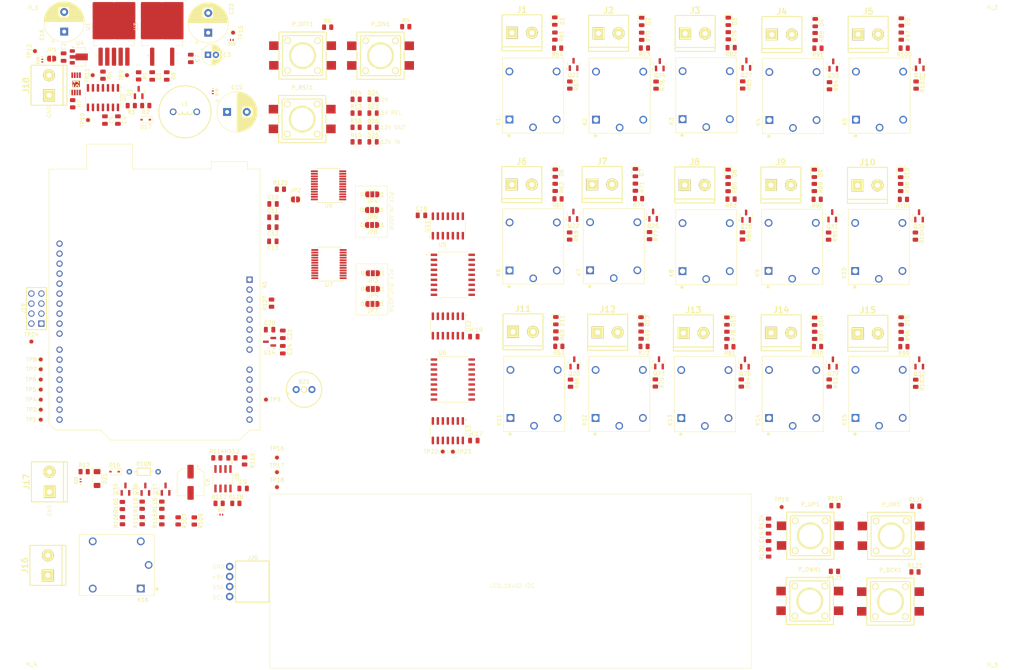
<source format=kicad_pcb>
(kicad_pcb (version 20240108) (generator "pcbnew") (generator_version "8.0")
  (title_block (title "Centralina Pirotecnica") (date "2024-06-22") (rev "1.1"))
  (layers (0 "F.Cu" signal) (31 "B.Cu" signal) (34 "B.Paste" user) (35 "F.Paste" user) (36 "B.SilkS" user "B.Silkscreen") (37 "F.SilkS" user "F.Silkscreen") (38 "B.Mask" user) (39 "F.Mask" user) (44 "Edge.Cuts" user))
  (net 0 "")
  (net 1 "/Arduino_Core/MOSI")
  (net 2 "/EN_TEST")
  (net 3 "/Arduino_Core/TRG_IN")
  (net 4 "/Arduino_Core/RESET_PIN")
  (net 5 "/Arduino_Core/CSN")
  (net 6 "/EN_RELPWR")
  (net 7 "/Arduino_Core/CE")
  (net 8 "Net-(A1-D1{slash}TX)")
  (net 9 "/Arduino_Core/BUZZ")
  (net 10 "/+5V")
  (net 11 "GND")
  (net 12 "/Arduino_Core/BTN_IN")
  (net 13 "/Arduino_Core/SCK")
  (net 14 "Net-(A1-D0{slash}RX)")
  (net 15 "/Arduino_Core/SCL")
  (net 16 "/Arduino_Core/MISO")
  (net 17 "/Arduino_Core/SDA")
  (net 18 "/+12V")
  (net 19 "/+12V_IN")
  (net 20 "/+5V_REL")
  (net 21 "/Modulo_Alimentazione/+5V_A")
  (net 22 "Net-(C8-Pad1)")
  (net 23 "Net-(JP2-A)")
  (net 24 "/Arduino_Core/I_1")
  (net 25 "Net-(D1-A)")
  (net 26 "/Arduino_Core/I_2")
  (net 27 "Net-(D2-A)")
  (net 28 "Net-(D3-A)")
  (net 29 "/Arduino_Core/I_3")
  (net 30 "Net-(D4-A)")
  (net 31 "/Arduino_Core/I_4")
  (net 32 "Net-(D5-A)")
  (net 33 "/Arduino_Core/I_5")
  (net 34 "Net-(D6-A)")
  (net 35 "/Arduino_Core/I_6")
  (net 36 "Net-(D7-A)")
  (net 37 "/Arduino_Core/I_7")
  (net 38 "/Arduino_Core/I_8")
  (net 39 "Net-(D8-A)")
  (net 40 "Net-(D9-A)")
  (net 41 "/Arduino_Core/I_9")
  (net 42 "Net-(D10-A)")
  (net 43 "/Arduino_Core/I_10")
  (net 44 "/Arduino_Core/I_11")
  (net 45 "Net-(D11-A)")
  (net 46 "Net-(D12-A)")
  (net 47 "/Arduino_Core/I_12")
  (net 48 "/Arduino_Core/I_13")
  (net 49 "Net-(D13-A)")
  (net 50 "Net-(D14-A)")
  (net 51 "/Arduino_Core/I_14")
  (net 52 "Net-(D15-A)")
  (net 53 "/Arduino_Core/I_15")
  (net 54 "Net-(D16-A)")
  (net 55 "Net-(D16-K)")
  (net 56 "Net-(D17-K)")
  (net 57 "/Trigger_IN/TRG_IN")
  (net 58 "Net-(D23-A)")
  (net 59 "Net-(D24-A)")
  (net 60 "Net-(D25-A)")
  (net 61 "Net-(D26-A)")
  (net 62 "Net-(J1-Pin_2)")
  (net 63 "Net-(J2-Pin_2)")
  (net 64 "Net-(J3-Pin_2)")
  (net 65 "Net-(J4-Pin_2)")
  (net 66 "Net-(J5-Pin_2)")
  (net 67 "Net-(J6-Pin_2)")
  (net 68 "Net-(J7-Pin_2)")
  (net 69 "Net-(J8-Pin_2)")
  (net 70 "Net-(J9-Pin_2)")
  (net 71 "Net-(J10-Pin_2)")
  (net 72 "Net-(J11-Pin_2)")
  (net 73 "Net-(J12-Pin_2)")
  (net 74 "Net-(J13-Pin_2)")
  (net 75 "Net-(J14-Pin_2)")
  (net 76 "Net-(J15-Pin_2)")
  (net 77 "Net-(J16-Pin_2)")
  (net 78 "Net-(JP3-C)")
  (net 79 "Net-(JP4-C)")
  (net 80 "Net-(JP5-C)")
  (net 81 "Net-(JP6-C)")
  (net 82 "Net-(JP7-C)")
  (net 83 "Net-(JP8-C)")
  (net 84 "/Modulo_Relay/REL_1")
  (net 86 "/Modulo_Relay/REL_2")
  (net 89 "/Modulo_Relay/REL_3")
  (net 90 "/Modulo_Relay/REL_4")
  (net 93 "/Modulo_Relay/REL_5")
  (net 95 "/Modulo_Relay/REL_6")
  (net 97 "/Modulo_Relay/REL_7")
  (net 98 "/Modulo_Relay/REL_8")
  (net 101 "/Modulo_Relay/REL_9")
  (net 102 "/Modulo_Relay/REL_10")
  (net 104 "/Modulo_Relay/REL_11")
  (net 107 "/Modulo_Relay/REL_12")
  (net 108 "/Modulo_Relay/REL_13")
  (net 111 "/Modulo_Relay/REL_14")
  (net 112 "/Modulo_Relay/REL_15")
  (net 115 "/Relay_Controll/O_REL_16")
  (net 116 "/P_OFF")
  (net 117 "/P_ON")
  (net 118 "Net-(Q1-C)")
  (net 119 "Net-(Q1-B)")
  (net 120 "Net-(Q20-B)")
  (net 121 "Net-(Q21-B)")
  (net 122 "Net-(Q22-B)")
  (net 123 "Net-(Q23-B)")
  (net 124 "Net-(Q24-B)")
  (net 125 "Net-(Q25-B)")
  (net 126 "Net-(Q26-B)")
  (net 127 "Net-(Q27-B)")
  (net 128 "Net-(Q28-B)")
  (net 129 "Net-(Q29-B)")
  (net 130 "Net-(Q30-B)")
  (net 131 "Net-(Q31-B)")
  (net 132 "Net-(Q32-B)")
  (net 133 "Net-(Q33-B)")
  (net 134 "Net-(Q34-B)")
  (net 135 "Net-(Q35-C)")
  (net 136 "Net-(Q35-B)")
  (net 137 "Net-(Q36-C)")
  (net 138 "Net-(Q36-B)")
  (net 139 "Net-(Q37-B)")
  (net 140 "Net-(R4-Pad2)")
  (net 141 "Net-(U8A--)")
  (net 142 "Net-(U8A-+)")
  (net 143 "Net-(U9-P17)")
  (net 144 "Net-(TP22-Pad1)")
  (net 145 "Net-(TP23-Pad1)")
  (net 146 "Net-(U2-Pad10)")
  (net 147 "Net-(U2-Pad3)")
  (net 148 "Net-(U2-Pad12)")
  (net 149 "/Relay_Controll/I_ULN5")
  (net 150 "/Relay_Controll/I_ULN4")
  (net 151 "/Relay_Controll/I_ULN1")
  (net 152 "/Relay_Controll/I_ULN2")
  (net 153 "/Relay_Controll/I_ULN7")
  (net 154 "/Relay_Controll/I_ULN3")
  (net 155 "/Relay_Controll/I_ULN8")
  (net 156 "/Relay_Controll/I_ULN6")
  (net 157 "/Relay_Controll/I_ULN9")
  (net 158 "/Relay_Controll/I_ULN11")
  (net 159 "/Relay_Controll/I_ULN16")
  (net 160 "/Relay_Controll/I_ULN10")
  (net 161 "/Relay_Controll/I_ULN15")
  (net 162 "/Relay_Controll/I_ULN13")
  (net 163 "/Relay_Controll/I_ULN14")
  (net 164 "/Relay_Controll/I_ULN12")
  (net 165 "/REL6")
  (net 166 "/REL9")
  (net 167 "/REL14")
  (net 168 "/REL8")
  (net 169 "/REL7")
  (net 170 "/REL16")
  (net 171 "/REL4")
  (net 172 "/REL11")
  (net 173 "/REL15")
  (net 174 "/REL3")
  (net 175 "/REL2")
  (net 177 "/REL13")
  (net 178 "/REL1")
  (net 179 "/REL12")
  (net 180 "/REL5")
  (net 181 "/REL10")
  (net 186 "Net-(A1-D2)")
  (net 187 "Net-(A1-D6)")
  (net 190 "Net-(A1-D4)")
  (net 192 "Net-(A1-A3)")
  (net 193 "Net-(A1-D5)")
  (net 195 "Net-(A1-D3)")
  (net 197 "Net-(J19-Pin_8)")
  (net 199 "Net-(P_UP1-Pad3)")
  (net 200 "Net-(P_DWN1-Pad3)")
  (net 201 "Net-(P_OK1-Pad3)")
  (net 202 "Net-(P_BCK1-Pad3)")
  (net 217 "Net-(R7-Pad1)")
  (net 218 "Net-(S1-IN)")
  (footprint "Resistor_SMD:R_0805_2012Metric" (layer "F.Cu") (at 198.685 50.425 180)
    (property "Reference" "R64")
    (property "Value" "10k")
  )
  (footprint "Resistor_SMD:R_0805_2012Metric" (layer "F.Cu") (at 264.71 126.225 180)
    (property "Reference" "R90")
    (property "Value" "10k")
  )
  (footprint "Capacitor_THT:CP_Radial_D10.0mm_P5.00mm" (layer "F.Cu") (at 114.732323 66.63)
    (property "Reference" "C15")
    (property "Value" "1mF")
  )
  (footprint "TestPoint:TestPoint_Pad_D1.0mm" (layer "F.Cu") (at 172.081359 152.932237 -90)
    (property "Reference" "TP23")
    (property "Value" "TestPoint")
  )
  (footprint "w_conn_screw:mors_2p" (layer "F.Cu") (at 189.885 122.475)
    (property "Reference" "J11")
    (property "Value" "Screw_Terminal_01x02")
  )
  (footprint "w_conn_screw:mors_2p" (layer "F.Cu") (at 211.4 122.6)
    (property "Reference" "J12")
    (property "Value" "Screw_Terminal_01x02")
  )
  (footprint "Jumper:SolderJumper-3_P1.3mm_Open_RoundedPad1.0x1.5mm_NumberLabels" (layer "F.Cu") (at 151.605042 87.55592 180)
    (property "Reference" "JP4")
    (property "Value" "SolderJumper_3_Open")
  )
  (footprint "KEY-SMD_4P-L12.0-W12.0-P5.00-LS15.2:KEY-SMD_4P-L12.0-W12.0-P5.00-LS15.2" (layer "F.Cu") (at 133.8 68.425)
    (property "Reference" "P_RST1")
    (property "Value" "SW_Push")
  )
  (footprint "TestPoint:TestPoint_Pad_D1.0mm" (layer "F.Cu") (at 65.02 124.97)
    (property "Reference" "TP24")
    (property "Value" "TestPoint")
  )
  (footprint "Resistor_SMD:R_0805_2012Metric" (layer "F.Cu") (at 223.685 59.825 -90)
    (property "Reference" "R76")
    (property "Value" "1k")
  )
  (footprint "Package_TO_SOT_SMD:SOT-23" (layer "F.Cu") (at 202.91 130.3875 90)
    (property "Reference" "Q20")
    (property "Value" "MMBT2222L")
  )
  (footprint "w_conn_screw:mors_2p" (layer "F.Cu") (at 277.56 46.925)
    (property "Reference" "J5")
    (property "Value" "Screw_Terminal_01x02")
  )
  (footprint "Resistor_SMD:R_0805_2012Metric" (layer "F.Cu") (at 220.035 47.4125 -90)
    (property "Reference" "R70")
    (property "Value" "100")
  )
  (footprint "Resistor_SMD:R_0805_2012Metric" (layer "F.Cu") (at 201.96 135.525 -90)
    (property "Reference" "R66")
    (property "Value" "1k")
  )
  (footprint "Package_TO_SOT_SMD:SOT-23" (layer "F.Cu") (at 224.635 54.65 90)
    (property "Reference" "Q24")
    (property "Value" "MMBT2222L")
  )
  (footprint "SRD-05VDC-SL-C:RELAY_SRD-05VDC-SL-C" (layer "F.Cu") (at 192.435 62.45 90)
    (property "Reference" "K1")
    (property "Value" "SRD-05VDC-SL-C")
  )
  (footprint "Capacitor_SMD:C_0805_2012Metric" (layer "F.Cu") (at 99.4 57.5 -90)
    (property "Reference" "C6")
    (property "Value" "1uF")
  )
  (footprint "JLCPCB_PART:HDR-TH_8P-P2.54-V-F-R2-C4-S2.54" (layer "F.Cu") (at 66.291449 116.578023 90)
    (property "Reference" "J19")
    (property "Value" "Conn_02x04_Counter_Clockwise")
  )
  (footprint "MountingHole:MountingHole_2.1mm" (layer "F.Cu") (at 309.1 43.3)
    (property "Reference" "H_2")
    (property "Value" "MountingHole_2.1mm")
  )
  (footprint "Capacitor_SMD:C_0805_2012Metric" (layer "F.Cu") (at 87 68.7 -90)
    (property "Reference" "C4")
    (property "Value" "1nF")
  )
  (footprint "Resistor_SMD:R_0805_2012Metric" (layer "F.Cu") (at 242.76 50.3 180)
    (property "Reference" "R82")
    (property "Value" "10k")
  )
  (footprint "Resistor_SMD:R_0805_2012Metric" (layer "F.Cu") (at 94.068061 65.019812 180)
    (property "Reference" "R2")
    (property "Value" "2.2k")
  )
  (footprint "SRD-05VDC-SL-C:RELAY_SRD-05VDC-SL-C" (layer "F.Cu") (at 236.085 138.3 90)
    (property "Reference" "K13")
    (property "Value" "SRD-05VDC-SL-C")
  )
  (footprint "Resistor_SMD:R_0805_2012Metric" (layer "F.Cu") (at 92.256494 57.472458 -90)
    (property "Reference" "R1")
    (property "Value" "22k")
  )
  (footprint "Resistor_SMD:R_0805_2012Metric" (layer "F.Cu") (at 128.264631 86.25592)
    (property "Reference" "R125")
    (property "Value" "10k")
  )
  (footprint "Package_TO_SOT_SMD:SOT-23" (layer "F.Cu") (at 202.735 54.575 90)
    (property "Reference" "Q21")
    (property "Value" "MMBT2222L")
  )
  (footprint "w_conn_screw:mors_2p" (layer "F.Cu") (at 233.175 122.775)
    (property "Reference" "J13")
    (property "Value" "Screw_Terminal_01x02")
  )
  (footprint "LED_SMD:LED_0805_2012Metric" (layer "F.Cu") (at 198.235 119.65 -90)
    (property "Reference" "D11")
    (property "Value" "LED")
  )
  (footprint "LED_SMD:LED_0805_2012Metric" (layer "F.Cu") (at 151.8 70.525 180)
    (property "Reference" "D26")
    (property "Value" "LED")
  )
  (footprint "Package_TO_SOT_SMD:SOT-89-3" (layer "F.Cu") (at 77.357672 52.655128)
    (property "Reference" "U4")
    (property "Value" "L78L05_SOT89")
  )
  (footprint "SRD-05VDC-SL-C:RELAY_SRD-05VDC-SL-C" (layer "F.Cu") (at 280.46 62.5 90)
    (property "Reference" "K5")
    (property "Value" "SRD-05VDC-SL-C")
  )
  (footprint "Package_TO_SOT_SMD:SOT-23" (layer "F.Cu") (at 268.685 54.725 90)
    (property "Reference" "Q30")
    (property "Value" "MMBT2222L")
  )
  (footprint "KEY-SMD_4P-L12.0-W12.0-P5.00-LS15.2:KEY-SMD_4P-L12.0-W12.0-P5.00-LS15.2" (layer "F.Cu") (at 283.4 174.3)
    (property "Reference" "P_OK1")
    (property "Value" "SW_Push")
  )
  (footprint "TestPoint:TestPoint_Pad_D1.0mm" (layer "F.Cu") (at 80.6 57.3 90)
    (property "Reference" "TP11")
    (property "Value" "TestPoint")
  )
  (footprint "Package_TO_SOT_SMD:SOT-23" (layer "F.Cu") (at 268.435 93.0125 90)
    (property "Reference" "Q31")
    (property "Value" "MMBT2222L")
  )
  (footprint "Package_SO:SOIC-14_3.9x8.7mm_P1.27mm" (layer "F.Cu") (at 170.8 147.6 -90)
    (property "Reference" "U13")
    (property "Value" "74HC14")
  )
  (footprint "TestPoint:TestPoint_Pad_D1.0mm" (layer "F.Cu") (at 89.3 57.3 90)
    (property "Reference" "TP9")
    (property "Value" "TestPoint")
  )
  (footprint "Resistor_SMD:R_0805_2012Metric" (layer "F.Cu") (at 78.425 158)
    (property "Reference" "R12")
    (property "Value" "2.4k")
  )
  (footprint "SRD-05VDC-SL-C:RELAY_SRD-05VDC-SL-C" (layer "F.Cu") (at 212.935 100.75 90)
    (property "Reference" "K7")
    (property "Value" "SRD-05VDC-SL-C")
  )
  (footprint "Capacitor_SMD:C_0805_2012Metric" (layer "F.Cu") (at 126.35 95.9)
    (property "Reference" "C12")
    (property "Value" "1uF")
  )
  (footprint "Resistor_SMD:R_0805_2012Metric" (layer "F.Cu") (at 106.4 170.525 -90)
    (property "Reference" "R109")
    (property "Value" "1k")
  )
  (footprint "LED_SMD:LED_0805_2012Metric" (layer "F.Cu") (at 264.11 43.95 -90)
    (property "Reference" "D4")
    (property "Value" "LED")
  )
  (footprint "TestPoint:TestPoint_Pad_D1.0mm" (layer "F.Cu") (at 127.4 154.435)
    (property "Reference" "TP16")
    (property "Value" "TestPoint")
  )
  (footprint "Diode_SMD:D_SOD-323" (layer "F.Cu") (at 86.15 158 180)
    (property "Reference" "D16")
    (property "Value" "1N4148")
  )
  (footprint "Resistor_SMD:R_0805_2012Metric" (layer "F.Cu") (at 112.125 154.5)
    (property "Reference" "R114")
    (property "Value" "2.2k")
  )
  (footprint "MountingHole:MountingHole_2.1mm" (layer "F.Cu") (at 309.1 203.3)
    (property "Reference" "H_3")
    (property "Value" "MountingHole_2.1mm")
  )
  (footprint "SRD-05VDC-SL-C:RELAY_SRD-05VDC-SL-C" (layer "F.Cu") (at 236.41 100.975 90)
    (property "Reference" "K8")
    (property "Value" "SRD-05VDC-SL-C")
  )
  (footprint "Package_TO_SOT_SMD:SOT-23" (layer "F.Cu") (at 92.26634 61.694589 90)
    (property "Reference" "Q1")
    (property "Value" "MMBT2222L")
  )
  (footprint "Resistor_SMD:R_0805_2012Metric" (layer "F.Cu") (at 160.1074 44.972039 180)
    (property "Reference" "R5")
    (property "Value" "10k")
  )
  (footprint "TPS1H200AQDGNRQ1:SOP65P490X110-9N" (layer "F.Cu") (at 76.375 59.5 90)
    (property "Reference" "S1")
    (property "Value" "TPS1H200AQDGNRQ1" (hide yes))
  )
  (footprint "Resistor_SMD:R_0805_2012Metric" (layer "F.Cu") (at 198.785 88.725 180)
    (property "Reference" "R65")
    (property "Value" "10k")
  )
  (footprint "TestPoint:TestPoint_Pad_D1.0mm" (layer "F.Cu") (at 116.25 46.49 90)
    (property "Reference" "TP15")
    (property "Value" "TestPoint")
  )
  (footprint "Capacitor_THT:CP_Radial_D5.0mm_P2.00mm" (layer "F.Cu") (at 109.874887 52.13)
    (property "Reference" "C3")
    (property "Value" "100uF")
  )
  (footprint "Resistor_SMD:R_0805_2012Metric" (layer "F.Cu") (at 245.685 59.775 -90)
    (property "Reference" "R85")
    (property "Value" "1k")
  )
  (footprint "JLCPCB_PART:IND-TH_BD13.0-P6.00-D0.8" (layer "F.Cu") (at 104.025 66.6)
    (property "Reference" "L1")
    (property "Value" "100uH")
  )
  (footprint "KEY-SMD_4P-L12.0-W12.0-P5.00-LS15.2:KEY-SMD_4P-L12.0-W12.0-P5.00-LS15.2" (layer "F.Cu") (at 153.7 52.325)
    (property "Reference" "P_ON1")
    (property "Value" "SW_Push")
  )
  (footprint "SRD-05VDC-SL-C:RELAY_SRD-05VDC-SL-C" (layer "F.Cu") (at 258.385 138.275 90)
    (property "Reference" "K14")
    (property "Value" "SRD-05VDC-SL-C")
  )
  (footprint "LED_SMD:LED_0805_2012Metric" (layer "F.Cu") (at 241.685 119.75 -90)
    (property "Reference" "D13")
    (property "Value" "LED")
  )
  (footprint "LED_SMD:LED_0805_2012Metric" (layer "F.Cu") (at 151.8 74.225 180)
    (property "Reference" "D25")
    (property "Value" "LED")
  )
  (footprint "Package_TO_SOT_SMD:SOT-23" (layer "F.Cu") (at 246.56 93.1125 90)
    (property "Reference" "Q28")
    (property "Value" "MMBT2222L")
  )
  (footprint "Resistor_SMD:R_0805_2012Metric" (layer "F.Cu") (at 289.635 135.55 -90)
    (property "Reference" "R102")
    (property "Value" "1k")
  )
  (footprint "Package_TO_SOT_SMD:SOT-23" (layer "F.Cu") (at 246.6225 54.5 90)
    (property "Reference" "Q27")
    (property "Value" "MMBT2222L")
  )
  (footprint "Resistor_SMD:R_0805_2012Metric" (layer "F.Cu") (at 147.5 63.425)
    (property "Reference" "R14")
    (property "Value" "86.6")
  )
  (footprint "Jumper:SolderJumper-3_P1.3mm_Open_RoundedPad1.0x1.5mm_NumberLabels" (layer "F.Cu") (at 151.75 111.6 180)
    (property "Reference" "JP5")
    (property "Value" "SolderJumper_3_Open")
  )
  (footprint "Resistor_SMD:R_0805_2012Metric" (layer "F.Cu") (at 102.3 170.5 -90)
    (property "Reference" "R107")
    (property "Value" "100")
  )
  (footprint "w_conn_screw:mors_2p" (layer "F.Cu") (at 189.585 85.1)
    (property "Reference" "J6")
    (property "Value" "Screw_Terminal_01x02")
  )
  (footprint "Resistor_SMD:R_0805_2012Metric" (layer "F.Cu") (at 241.985 85.85 -90)
    (property "Reference" "R80")
    (property "Value" "100")
  )
  (footprint "Resistor_SMD:R_0805_2012Metric" (layer "F.Cu") (at 112.7 166.05)
    (property "Reference" "R117")
    (property "Value" "100k")
  )
  (footprint "LED_SMD:LED_0805_2012Metric" (layer "F.Cu") (at 263.96 119.8 -90)
    (property "Reference" "D14")
    (property "Value" "LED")
  )
  (footprint "Capacitor_SMD:C_0805_2012Metric" (layer "F.Cu") (at 118.8 162.275)
    (property "Reference" "C9")
    (property "Value" "1nF")
  )
  (footprint "Package_SO:SOIC-14_3.9x8.7mm_P1.27mm" (layer "F.Cu") (at 83.197213 62.99527 -90)
    (property "Reference" "U2")
    (property "Value" "74HC00")
  )
  (footprint "Resistor_SMD:R_0805_2012Metric" (layer "F.Cu") (at 267.735 59.975 -90)
    (property "Reference" "R94")
    (property "Value" "1k")
  )
  (footprint "Resistor_SMD:R_0805_2012Metric" (layer "F.Cu") (at 264.085 47.4875 -90)
    (property "Reference" "R88")
    (property "Value" "100")
  )
  (footprint "Resistor_SMD:R_0805_2012Metric" (layer "F.Cu") (at 147.5 70.525)
    (property "Reference" "R16")
    (property "Value" "330")
  )
  (footprint "Resistor_SMD:R_0805_2012Metric" (layer "F.Cu") (at 93.15 166.525 90)
    (property "Reference" "R110")
    (property "Value" "10k")
  )
  (footprint "MountingHole:MountingHole_2.1mm" (layer "F.Cu") (at 65.1 203.4)
    (property "Reference" "H_4")
    (property "Value" "MountingHole_2.1mm")
  )
  (footprint "D5V0L1B2LP4-7B:DIODFN100X60X40-2N" (layer "F.Cu") (at 113.275 168.925)
    (property "Reference" "D21")
    (property "Value" "PESDNC2FD5VBS")
  )
  (footprint "LED_SMD:LED_0805_2012Metric" (layer "F.Cu") (at 241.985 82.225 -90)
    (property "Reference" "D8")
    (property "Value" "LED")
  )
  (footprint "w_conn_screw:mors_2p" (layer "F.Cu") (at 255.46 122.725)
    (property "Reference" "J14")
    (property "Value" "Screw_Terminal_01x02")
  )
  (footprint "TestPoint:TestPoint_Pad_D1.0mm" (layer "F.Cu") (at 127.4 161.935)
    (property "Reference" "TP18")
    (property "Value" "TestPoint")
  )
  (footprint "Resistor_SMD:R_0805_2012Metric" (layer "F.Cu") (at 252.2625 170.8375 90)
    (property "Reference" "R124")
    (property "Value" "1Meg")
  )
  (footprint "Package_TO_SOT_SMD:SOT-23" (layer "F.Cu") (at 246.26 130.4125 90)
    (property "Reference" "Q26")
    (property "Value" "MMBT2222L")
  )
  (footprint "D5V0L1B2LP4-7B:DIODFN100X60X40-2N" (layer "F.Cu") (at 115.93 48.35)
    (property "Reference" "D18")
    (property "Value" "PESDNC2FD5VBS")
  )
  (footprint "Diode_SMD:D_MiniMELF" (layer "F.Cu") (at 81.7 159.75 -90)
    (property "Reference" "DZ1")
    (property "Value" "5.1V")
  )
  (footprint "Resistor_SMD:R_0805_2012Metric" (layer "F.Cu") (at 98.15 170.475 90)
    (property "Reference" "R116")
    (property "Value" "10k")
  )
  (footprint "KEY-SMD_4P-L12.0-W12.0-P5.00-LS15.2:KEY-SMD_4P-L12.0-W12.0-P5.00-LS15.2" (layer "F.Cu") (at 133.9 52.3)
    (property "Reference" "P_OFF1")
    (property "Value" "SW_Push")
  )
  (footprint "Resistor_SMD:R_0805_2012Metric" (layer "F.Cu") (at 289.56 98.175 -90)
    (property "Reference" "R104")
    (property "Value" "1k")
  )
  (footprint "TestPoint:TestPoint_Pad_D1.0mm" (layer "F.Cu") (at 255.5925 166.9875)
    (property "Reference" "TP19")
    (property "Value" "TestPoint")
  )
  (footprint "LED_SMD:LED_0805_2012Metric" (layer "F.Cu") (at 263.885 82.225 -90)
    (property "Reference" "D9")
    (property "Value" "LED")
  )
  (footprint "Capacitor_SMD:C_0805_2012Metric" (layer "F.Cu") (at 95.7 57.5 -90)
    (property "Reference" "C1")
    (property "Value" "1uF")
  )
  (footprint "Resistor_SMD:R_0805_2012Metric" (layer "F.Cu") (at 263.965 123.3725 -90)
    (property "Reference" "R87")
    (property "Value" "100")
  )
  (footprint "Resistor_SMD:R_0805_2012Metric" (layer "F.Cu") (at 286.51 88.85 180)
    (property "Reference" "R101")
    (property "Value" "10k")
  )
  (footprint "Capacitor_SMD:C_0805_2012Metric" (layer "F.Cu") (at 73.2 52.7 90)
    (property "Reference" "C2")
    (property "Value" "1uF")
  )
  (footprint "LED_SMD:LED_0805_2012Metric" (layer "F.Cu") (at 151.8 63.425 180)
    (property "Reference" "D24")
    (property "Value" "LED")
  )
  (footprint "Package_TO_SOT_SMD:TO-263-2" (layer "F.Cu") (at 98.24 44.95 90)
    (property "Reference" "U3")
    (property "Value" "L7805")
  )
  (footprint "Resistor_SMD:R_0805_2012Metric" (layer "F.Cu") (at 116.95 166.05)
    (property "Reference" "R118")
    (property "Value" "1k")
  )
  (footprint "TestPoint:TestPoint_Pad_D1.0mm" (layer "F.Cu") (at 65.922152 51.177848 90)
    (property "Reference" "TP12")
    (property "Value" "TestPoint")
  )
  (footprint "Capacitor_SMD:C_0805_2012Metric" (layer "F.Cu") (at 177.4 123.7 180)
    (property "Reference" "C19")
    (property "Value" "1nF")
  )
  (footprint "Resistor_SMD:R_0805_2012Metric" (layer "F.Cu") (at 147.5 74.225)
    (property "Reference" "R15")
    (property "Value" "330")
  )
  (footprint "D5V0L1B2LP4-7B:DIODFN100X60X40-2N" (layer "F.Cu") (at 67.8 53.6 -90)
    (property "Reference" "D20")
    (property "Value" "PESDNC2FD5VBS")
  )
  (footprint "w_conn_screw:mors_2p" (layer "F.Cu") (at 211.62 46.65)
    (property "Reference" "J2")
    (property "Value" "Screw_Terminal_01x02")
  )
  (footprint "SRD-05VDC-SL-C:RELAY_SRD-05VDC-SL-C" (layer "F.Cu") (at 86.7 181.7 180)
    (property "Reference" "K16")
    (property "Value" "SRD-05VDC-SL-C")
  )
  (footprint "Jumper:SolderJumper-2_P1.3mm_Open_RoundedPad1.0x1.5mm" (layer "F.Cu") (at 132.10626 88.843767 180)
    (property "Reference" "JP2")
    (property "Value" "SolderJumper_2_Open")
  )
  (footprint "LED_SMD:LED_0805_2012Metric" (layer "F.Cu") (at 285.985 43.775 -90)
    (property "Reference" "D5")
    (property "Value" "LED")
  )
  (footprint "Resistor_SMD:R_0805_2012Metric" (layer "F.Cu") (at 286.71 50.425 180)
    (property "Reference" "R100")
    (property "Value" "10k")
  )
  (footprint "Jumper:SolderJumper-3_P1.3mm_Open_RoundedPad1.0x1.5mm_NumberLabels" (layer "F.Cu") (at 151.550042 95.34592 180)
    (property "Reference" "JP8")
    (property "Value" "SolderJumper_3_Open")
  )
  (footprint "Capacitor_SMD:C_0805_2012Metric" (layer "F.Cu") (at 128.88 127.02 -90)
    (property "Reference" "C24")
    (property "Value" "1nF")
  )
  (footprint "ULN2803AFW:SOIC127P1030X265-18N" (layer "F.Cu") (at 172.0625 134.6)
    (property "Reference" "U6")
    (property "Value" "ULN2803A")
  )
  (footprint "TestPoint:TestPoint_Pad_D1.0mm" (layer "F.Cu") (at 67.4 132)
    (property "Reference" "TP7")
    (property "Value" "TestPoint")
  )
  (footprint "Package_TO_SOT_SMD:SOT-23" (layer "F.Cu") (at 88.9125 162.45 90)
    (property "Reference" "Q35")
    (property "Value" "MMBT2222L")
  )
  (footprint "TestPoint:TestPoint_Pad_D1.0mm" (layer "F.Cu") (at 67.4 144.8)
    (property "Reference" "TP1")
    (property "Value" "TestPoint")
  )
  (footprint "Resistor_SMD:R_0805_2012Metric" (layer "F.Cu") (at 289.735 59.8125 -90)
    (property "Reference" "R103")
    (property "Value" "1k")
  )
  (footprint "LM393D:SOIC127P599X175-8N" (layer "F.Cu") (at 113.68 159.795 -90)
    (property "Reference" "U8")
    (property "Value" "LM393")
  )
  (footprint "Resistor_SMD:R_0805_2012Metric" (layer "F.Cu") (at 201.785 59.8 -90)
    (property "Reference" "R67")
    (property "Value" "1k")
  )
  (footprint "w_conn_screw:mors_2p" (layer "F.Cu") (at 277.475 122.85)
    (property "Reference" "J15")
    (property "Value" "Screw_Terminal_01x02")
  )
  (footprint "TestPoint:TestPoint_Pad_D1.0mm" (layer "F.Cu") (at 169.5 152.9 -90)
    (property "Reference" "TP22")
    (property "Value" "TestPoint")
  )
  (footprint "Resistor_SMD:R_0805_2012Metric" (layer "F.Cu") (at 198.06 85.8 -90)
    (property "Reference" "R62")
    (property "Value" "100")
  )
  (footprint "w_conn_screw:mors_2p" (layer "F.Cu") (at 189.61 46.525)
    (property "Reference" "J1")
    (property "Value" "Screw_Terminal_01x02")
  )
  (footprint "SRD-05VDC-SL-C:RELAY_SRD-05VDC-SL-C" (layer "F.Cu") (at 214.335 138.2625 90)
    (property "Reference" "K12")
    (property "Value" "SRD-05VDC-SL-C")
  )
  (footprint "Resistor_SMD:R_0805_2012Metric" (layer "F.Cu") (at 75.510692 64.552558 90)
    (property "Reference" "R7")
    (property "Value" "10k")
  )
  (footprint "TestPoint:TestPoint_Pad_D1.0mm" (layer "F.Cu") (at 67.4 129.5)
    (property "Reference" "TP8")
    (property "Value" "TestPoint")
  )
  (footprint "w_conn_screw:mors_2p" (layer "F.Cu") (at 209.995 85.05)
    (property "Reference" "J7")
    (property "Value" "Screw_Terminal_01x02")
  )
  (footprint "Resistor_SMD:R_0805_2012Metric" (layer "F.Cu") (at 286.635 126.25 180)
    (property "Reference" "R99")
    (property "Value" "10k")
  )
  (footprint "Capacitor_THT:CP_Radial_D10.0mm_P5.00mm" (layer "F.Cu") (at 109.93 46.507677 90)
    (property "Reference" "C22")
    (property "Value" "1mF")
  )
  (footprint "Capacitor_SMD:C_0805_2012Metric" (layer "F.Cu") (at 177.4 150.1 180)
    (property "Reference" "C17")
    (property "Value" "1nF")
  )
  (footprint "TestPoint:TestPoint_Pad_D1.0mm" (layer "F.Cu") (at 124.6 139.7)
    (property "Reference" "TP3")
    (property "Value" "TestPoint")
  )
  (footprint "Resistor_SMD:R_0805_2012Metric" (layer "F.Cu") (at 264.61 88.825 180)
    (property "Reference" "R92")
    (property "Value" "10k")
  )
  (footprint "Resistor_SMD:R_0805_2012Metric" (layer "F.Cu") (at 93.15 170.45 -90)
    (property "Reference" "R111")
    (property "Value" "100")
  )
  (footprint "TestPoint:TestPoint_Pad_D1.0mm" (layer "F.Cu") (at 67.4076 142.251)
    (property "Reference" "TP2")
    (property "Value" "TestPoint")
  )
  (footprint "Package_SO:SOIC-14_3.9x8.7mm_P1.27mm" (layer "F.Cu") (at 170.8 121 -90)
    (property "Reference" "U12")
    (property "Value" "74HC14")
  )
  (footprint "Resistor_SMD:R_0805_2012Metric" (layer "F.Cu") (at 252.2875 178.6625 -90)
    (property "Reference" "R120")
    (property "Value" "10k")
  )
  (footprint "Package_TO_SOT_SMD:SOT-23" (layer "F.Cu") (at 290.535 130.3875 90)
    (property "Reference" "Q32")
    (property "Value" "MMBT2222L")
  )
  (footprint "Resistor_SMD:R_0805_2012Metric" (layer "F.Cu") (at 126.01 115.2 90)
    (property "Reference" "R127")
    (property "Value" "10k")
  )
  (footprint "KEY-SMD_4P-L12.0-W12.0-P5.00-LS15.2:KEY-SMD_4P-L12.0-W12.0-P5.00-LS15.2" (layer "F.Cu") (at 283.225 190.975)
    (property "Reference" "P_BCK1")
    (property "Value" "SW_Push")
  )
  (footprint "Resistor_SMD:R_0805_2012Metric" (layer "F.Cu") (at 147.5 66.925)
    (property "Reference" "R13")
    (property "Value" "86.6")
  )
  (footprint "SRD-05VDC-SL-C:RELAY_SRD-05VDC-SL-C" (layer "F.Cu") (at 258.26 100.9 90)
    (property "Reference" "K9")
    (property "Value" "SRD-05VDC-SL-C")
  )
  (footprint "w_conn_screw:mors_2p" (layer "F.Cu") (at 69.2 181.8 90)
    (property "Reference" "J16")
    (property "Value" "Screw_Terminal_01x02")
  )
  (footprint "Resistor_SMD:R_0805_2012Metric" (layer "F.Cu") (at 269 183.325)
    (property "Reference" "R121")
    (property "Value" "10k")
  )
  (footprint "ULN2803AFW:SOIC127P1030X265-18N" (layer "F.Cu") (at 172.0625 108)
    (property "Reference" "U5")
    (property "Value" "ULN2803A")
  )
  (footprint "w_conn_screw:mors_2p" (layer "F.Cu") (at 255.4 85.2)
    (property "Reference" "J9")
    (property "Value" "Screw_Terminal_01x02")
  )
  (footprint "Resistor_SMD:R_0805_2012Metric" (layer "F.Cu") (at 241.685 123.365 -90)
    (property "Reference" "R78")
    (property "Value" "100")
  )
  (footprint "Capacitor_SMD:C_0805_2012Metric" (layer "F.Cu") (at 105.51 53.04 -90)
    (property "Reference" "C7")
    (property "Value" "1nF")
  )
  (footprint "KEY-SMD_4P-L12.0-W12.0-P5.00-LS15.2:KEY-SMD_4P-L12.0-W12.0-P5.00-LS15.2" (layer "F.Cu") (at 262.8625 174.25)
    (property "Reference" "P_UP1")
    (property "Value" "SW_Push")
  )
  (footprint "Jumper:SolderJumper-3_P1.3mm_Open_RoundedPad1.0x1.5mm_NumberLabels" (layer "F.Cu") (at 151.550042 91.54592 180)
    (property "Reference" "JP6")
    (property "Value" "SolderJumper_3_Open")
  )
  (footprint "LED_SMD:LED_0805_2012Metric" (layer "F.Cu") (at 197.96 43.55 -90)
    (property "Reference" "D1")
    (property "Value" "LED")
  )
  (footprint "Resistor_SMD:R_0805_2012Metric" (layer "F.Cu") (at 119.175 155.275 90)
    (property "Reference" "R113")
    (property "Value" "1k")
  )
  (footprint "Resistor_SMD:R_0805_2012Metric" (layer "F.Cu") (at 115.9625 154.5)
    (property "Reference" "R112")
    (property "Value" "1k")
  )
  (footprint "Resistor_SMD:R_0805_2012Metric" (layer "F.Cu") (at 289.6375 166.775 180)
    (property "Reference" "R122")
    (property "Value" "10k")
  )
  (footprint "Resistor_SMD:R_0805_2012Metric" (layer "F.Cu") (at 285.81 85.825 -90)
    (property "Reference" "R98")
    (property "Value" "100")
  )
  (footprint "JLCPCB_PART:RES-TH_BD1.9-L3.3-P7.30-D0.5" (layer "F.Cu") (at 93.56 158.02)
    (property "Reference" "R108")
    (property "Value" "580")
  )
  (footprint "Resistor_SMD:R_0805_2012Metric" (layer "F.Cu") (at 220.635 126.2 180)
    (property "Reference" "R72")
    (property "Value" "10k")
  )
  (footprint "Resistor_SMD:R_0805_2012Metric" (layer "F.Cu") (at 198.985 126.175 180)
    (property "Reference" "R63")
    (property "Value" "10k")
  )
  (footprint "Resistor_SMD:R_0805_2012Metric" (layer "F.Cu") (at 269.1125 166.625)
    (property "Reference" "R119")
    (property "Value" "10k")
  )
  (footprint "MountingHole:MountingHole_2.1mm" (layer "F.Cu") (at 65.5 43.3)
    (property "Reference" "H_1")
    (property "Value" "MountingHole_2.1mm")
  )
  (footprint "Resistor_SMD:R_0805_2012Metric" (layer "F.Cu") (at 88.125 166.6 90)
    (property "Reference" "R105")
    (property "Value" "1k")
  )
  (footprint "Resistor_SMD:R_0805_2012Metric" (layer "F.Cu") (at 267.51 98.175 -90)
    (property "Reference" "R95")
    (property "Value" "1k")
  )
  (footprint "w_conn_screw:mors_2p" (layer "F.Cu") (at 69.5 59.86 90)
    (property "Reference" "J18")
    (property "Value" "Screw_Terminal_01x02")
  )
  (footprint "TestPoint:TestPoint_Pad_D1.0mm" (layer "F.Cu") (at 127.4 158.135)
    (property "Reference" "TP17")
    (property "Value" "TestPoint")
  )
  (footprint "LED_SMD:LED_0805_2012Metric" (layer "F.Cu") (at 285.81 82.2625 -90)
    (property "Reference" "D10")
    (property "Value" "LED")
  )
  (footprint "TestPoint:TestPoint_Pad_D1.0mm" (layer "F.Cu") (at 67.4 137.1621)
    (property "Reference" "TP5")
    (property "Value" "TestPoint")
  )
  (footprint "Resistor_SMD:R_0805_2012Metric" (layer "F.Cu") (at 83.2 57.3 -90)
    (property "Reference" "R4")
    (property "Value" "10k")
  )
  (footprint "Resistor_SMD:R_0805_2012Metric" (layer "F.Cu") (at 242.735 88.775 180)
    (property "Reference" "R83")
    (property "Value" "10k")
  )
  (footprint "Resistor_SMD:R_0805_2012Metric" (layer "F.Cu") (at 242.435 126.275 180)
    (property "Reference" "R81")
    (property "Value" "10k")
  )
  (footprint "SRD-05VDC-SL-C:RELAY_SRD-05VDC-SL-C" (layer "F.Cu") (at 280.335 138.2375 90)
    (property "Reference" "K15")
    (property "Value" "SRD-05VDC-SL-C")
  )
  (footprint "LED_SMD:LED_0805_2012Metric" (layer "F.Cu") (at 285.935 119.7125 -90)
    (property "Reference" "D15")
    (property "Value" "LED")
  )
  (footprint "Capacitor_SMD:C_0805_2012Metric" (layer "F.Cu") (at 125.52 121.93)
    (property "Reference" "C20")
    (property "Value" "1uF")
  )
  (footprint "Package_TO_SOT_SMD:SOT-23" (layer "F.Cu") (at 93.9625 162.475 90)
    (property "Reference" "Q36")
    (property "Value" "MMBT2222L")
  )
  (footprint "SRD-05VDC-SL-C:RELAY_SRD-05VDC-SL-C" (layer "F.Cu") (at 236.435 62.375 90)
    (property "Reference" "K3")
    (property "Value" "SRD-05VDC-SL-C")
  )
  (footprint "Capacitor_SMD:C_0805_2012Metric" (layer "F.Cu") (at 126.3637 93.3879)
    (property "Reference" "C11")
    (property "Value" "1nF")
  )
  (footprint "Resistor_SMD:R_0805_2012Metric" (layer "F.Cu") (at 98.15 166.525 90)
    (property "Reference" "R115")
    (property "Value" "1k")
  )
  (footprint "LED_SMD:LED_0805_2012Metric" (layer "F.Cu") (at 220.035 43.65 -90)
    (property "Reference" "D2")
    (property "Value" "LED")
  )
  (footprint "KEY-SMD_4P-L12.0-W12.0-P5.00-LS15.2:KEY-SMD_4P-L12.0-W12.0-P5.00-LS15.2" (layer "F.Cu") (at 262.7375 190.825)
    (property "Reference" "P_DWN1")
    (property "Value" "SW_Push")
  )
  (footprint "Resistor_SMD:R_0805_2012Metric" (layer "F.Cu") (at 222.035 98.05 -90)
    (property "Reference" "R77")
    (property "Value" "1k")
  )
  (footprint "Package_TO_SOT_SMD:SOT-23" (layer "F.Cu") (at 268.61 130.4125 90)
    (property "Reference" "Q29")
    (property "Value" "MMBT2222L")
  )
  (footprint "Resistor_SMD:R_0805_2012Metric" (layer "F.Cu") (at 220.735 50.4 180)
    (property "Reference" "R73")
    (property "Value" "10k")
  )
  (footprint "D5V0L1B2LP4-7B:DIODFN100X60X40-2N" (layer "F.Cu") (at 77.525 160.225 90)
    (property "Reference" "D22")
    (property "Value" "PESDNC2FD5VBS")
  )
  (footprint "Capacitor_SMD:C_0805_2012Metric" (layer "F.Cu") (at 83.7 68.7 -90)
    (property "Reference" "C5")
    (property "Value" "1nF")
  )
  (footprint "w_conn_screw:mors_2p" (layer "F.Cu") (at 69.6 160.575 90)
    (property "Reference" "J17")
    (property "Value" "Screw_Terminal_01x02")
  )
  (footprint "LED_SMD:LED_0805_2012Metric" (layer "F.Cu") (at 242.035 43.625 -90)
    (property "Reference" "D3")
    (property "Value" "LED")
  )
  (footprint "JLCPCB_PART:HDR-TH_4P-P2.54-H-F-W10.2" (layer "F.Cu") (at 115.381488 185.919988 90)
    (property "Reference" "J20")
    (property "Value" "Conn_01x04_Pin")
  )
  (footprint "Jumper:SolderJumper-3_P1.3mm_Open_RoundedPad1.0x1.5mm_NumberLabels" (layer "F.Cu") (at 151.75 107.6 180)
    (property "Reference" "JP3")
    (property "Value" "SolderJumper_3_Open")
  )
  (footprint "Resistor_SMD:R_0805_2012Metric" (layer "F.Cu") (at 245.635 98.125 -90)
    (property "Reference" "R86")
    (property "Value" "1k")
  )
  (footprint "Resistor_SMD:R_0805_2012Metric" (layer "F.Cu") (at 223.51 135.475 -90)
    (property "Reference" "R75")
    (property "Value" "1k")
  )
  (footprint "Capacitor_THT:CP_Radial_D10.0mm_P5.00mm" (layer "F.Cu") (at 73.35 46.237677 90)
    (property "Reference" "C16")
    (property "Value" "1mF")
  )
  (footprint "Resistor_SMD:R_0805_2012Metric" (layer "F.Cu") (at 218.435 85.75 -90)
    (property "Reference" "R71")
    (property "Value" "100")
  )
  (footprint "Resistor_SMD:R_0805_2012Metric" (layer "F.Cu") (at 219.885 123.3275 -90)
    (property "Reference" "R69")
    (property "Value" "100")
  )
  (footprint "SRD-05VDC-SL-C:RELAY_SRD-05VDC-SL-C" (layer "F.Cu") (at 280.26 100.925 90)
    (property "Reference" "K10")
    (property "Value" "SRD-05VDC-SL-C")
  )
  (footprint "SRD-05VDC-SL-C:RELAY_SRD-05VDC-SL-C" (layer "F.Cu") (at 214.435 62.5 90)
    (property "Reference" "K2")
    (property "Value" "SRD-05VDC-SL-C")
  )
  (footprint "LED_SMD:LED_0805_2012Metric" (layer "F.Cu") (at 218.435 82.05 -90)
    (property "Reference" "D7")
    (property "Value" "LED")
  )
  (footprint "SRD-05VDC-SL-C:RELAY_SRD-05VDC-SL-C" (layer "F.Cu") (at 192.485 100.8 90)
    (property "Reference" "K6")
    (property "Value" "SRD-05VDC-SL-C")
  )
  (footprint "Jumper:SolderJumper-2_P1.3mm_Open_RoundedPad1.0x1.5mm" (layer "F.Cu") (at 70.154873 53.089562 180)
    (property "Reference" "JP1")
    (property "Value" "SolderJumper_2_Open")
  )
  (footprint "Resistor_SMD:R_0805_2012Metric" (layer "F.Cu") (at 242.035 47.275 -90)
    (property "Reference" "R79")
    (property "Value" "100")
  )
  (footprint "Package_SO:SOIC-14_3.9x8.7mm_P1.27mm" (layer "F.Cu") (at 170.8 95.6 90)
    (property "Reference" "U11")
    (property "Value" "74HC14")
  )
  (footprint "Resistor_SMD:R_0805_2012Metric" (layer "F.Cu") (at 285.935 123.4125 -90)
    (property "Reference" "R96")
    (property "Value" "100")
  )
  (footprint "JLCPCB_PART:BUZ-TH_BD9.0-P4.00-D0.6-FD" (layer "F.Cu") (at 134.28 137.14)
    (property "Reference" "BZ1")
    (property "Value" "Buzzer")
  )
  (footprint "Resistor_SMD:R_0805_2012Metric" (layer "F.Cu") (at 140.277457 45.1 180)
    (property "Reference" "R6")
    (property "Value" "10k")
  )
  (footprint "LED_SMD:LED_0805_2012Metric" (layer "F.Cu") (at 151.8 66.925 180)
    (property "Reference" "D23")
    (property "Value" "LED")
  )
  (footprint "Resistor_SMD:R_0805_2012Metric" (layer "F.Cu") (at 289.45 183.475 180)
    (property "Reference" "R123")
    (property "Value" "10k")
  )
  (footprint "Resistor_SMD:R_0805_2012Metric" (layer "F.Cu") (at 201.735 98.15 -90)
    (property "Reference" "R68")
    (property "Value" "1k")
  )
  (footprint "Capacitor_SMD:CP_Elec_6.3x7.7" (layer "F.Cu") (at 105.45 160.7 -90)
    (property "Reference" "C8")
    (property "Value" "100uF")
  )
  (footprint "SRD-05VDC-SL-C:RELAY_SRD-05VDC-SL-C" (layer "F.Cu") (at 258.46 62.6 90)
    (property "Reference" "K4")
    (property "Value" "SRD-05VDC-SL-C")
  )
  (footprint "Resistor_SMD:R_0805_2012Metric" (layer "F.Cu") (at 285.96 47.3875 -90)
    (property "Reference" "R97")
    (property "Value" "100")
  )
  (footprint "w_conn_screw:mors_2p" (layer "F.Cu") (at 233.61 46.7)
    (property "Reference" "J3")
    (property "Value" "Screw_Terminal_01x02")
  )
  (footprint "w_conn_screw:mors_2p" (layer "F.Cu") (at 233.51 85.175)
    (property "Reference" "J8")
    (property "Value" "Screw_Terminal_01x02")
  )
  (footprint "Package_TO_SOT_SMD:SOT-23" (layer "F.Cu") (at 202.685 92.8875 90)
    (property "Reference" "Q22")
    (property "Value" "MMBT2222L")
  )
  (footprint "Package_TO_SOT_SMD:SOT-23" (layer "F.Cu") (at 222.935 92.85 90)
    (property "Reference" "Q25")
    (property "Value" "MMBT2222L")
  )
  (footprint "Package_TO_SOT_SMD:SOT-23" (layer "F.Cu") (at 99.1 162.45 90)
    (property "Reference" "Q37")
    (property "Value" "MMBT2222L")
  )
  (footprint "Resistor_SMD:R_0805_2012Metric" (layer "F.Cu") (at 219.235 88.65 180)
    (property "Reference" "R74")
    (property "Value" "10k")
  )
  (footprint "Resistor_SMD:R_0805_2012Metric" (layer "F.Cu") (at 90.395 65.025 180)
    (property "Reference" "R3")
    (property "Value" "10k")
  )
  (footprint "SRD-05VDC-SL-C:RELAY_SRD-05VDC-SL-C" (layer "F.Cu") (at 192.695 138.25 90)
    (property "Reference" "K11")
    (property "Value" "SRD-05VDC-SL-C")
  )
  (footprint "Capacitor_SMD:C_0805_2012Metric" (layer "F.Cu") (at 126.35 99.5 180)
    (property "Reference" "C13")
    (property "Value" "1nF")
  )
  (footprint "Package_TO_SOT_SMD:SOT-23" (layer "F.Cu") (at 224.435 130.3625 90)
    (property "Reference" "Q23")
    (property "Value" "MMBT2222L")
  )
  (footprint "Package_TO_SOT_SMD:TO-263-5_TabPin3" (layer "F.Cu") (at 86 44.95 90)
    (property "Reference" "U1")
    (property "Value" "LM2576HVS-5")
  )
  (footprint "D5V0L1B2LP4-7B:DIODFN100X60X40-2N" (layer "F.Cu") (at 111.11 61.65 -90)
    (property "Reference" "D19")
    (property "Value" "PESDNC2FD5VBS")
  )
  (footprint "Package_SO:SSOP-24_5.3x8.2mm_P0.65mm" (layer "F.Cu") (at 140.6 105.275 180)
    (property "Reference" "U7")
    (property "Value" "PCF8575DBR")
  )
  (footprint "Capacitor_SMD:C_0805_2012Metric" (layer "F.Cu") (at 126.4 90 180)
    (property "Reference" "C10")
    (property "Value" "1uF")
  )
  (footprint "Jumper:SolderJumper-3_P1.3mm_Open_RoundedPad1.0x1.5mm_NumberLabels" (layer "F.Cu") (at 151.65 115.4 180)
    (property "Reference" "JP7")
    (property "Value" "SolderJumper_3_Open")
  )
  (footprint "Package_TO_SOT_SMD:SOT-23" (layer "F.Cu") (at 125.52 125.005 180)
    (property "Reference" "U14")
    (property "Value" "TPS7A0533PDBZ")
  )
  (footprint "Capacitor_SMD:C_0805_2012Metric" (layer "F.Cu") (at 164.1 92.9)
    (property "Reference" "C18")
    (property "Value" "1nF")
  )
  (footprint "w_conn_screw:mors_2p" (layer "F.Cu") (at 255.635 46.975)
    (property "Reference" "J4")
    (property "Value" "Screw_Terminal_01x02")
  )
  (footprint "TestPoint:TestPoint_Pad_D1.0mm" (layer "F.Cu") (at 67.4076 139.7137)
    (property "Reference" "TP4")
    (property "Value" "TestPoint")
  )
  (footprint "Package_TO_SOT_SMD:SOT-23" (layer "F.Cu") (at 290.485 93.0375 90)
    (property "Reference" "Q34")
    (property "Value" "MMBT2222L")
  )
  (footprint "Package_SO:SSOP-24_5.3x8.2mm_P0.65mm" (layer "F.Cu") (at 140.5 85.275 180)
    (property "Reference" "U9")
    (property "Value" "PCF8575DBR")
  )
  (footprint "TestPoint:TestPoint_Pad_D1.0mm" (layer "F.Cu") (at 67.4 134.6)
    (property "Reference" "TP6")
    (property "Value" "TestPoint")
  )
  (footprint "Diode_SMD:D_SOD-323" (layer "F.Cu") (at 94.052111 68.6 180)
    (property "Reference" "D17")
    (property "Value" "1N5822")
  )
  (footprint "Resistor_SMD:R_0805_2012Metric" (layer "F.Cu") (at 263.885 85.825 -90)
    (property "Reference" "R89")
    (property "Value" "100")
  )
  (footprint "Package_TO_SOT_SMD:SOT-23" (layer "F.Cu") (at 290.66 54.625 90)
    (property "Reference" "Q33")
    (property "Value" "MMBT2222L")
  )
  (footprint "Resistor_SMD:R_0805_2012Metric" (layer "F.Cu") (at 198.235 123.275 -90)
    (property "Reference" "R60")
    (property "Value" "100")
  )
  (footprint "TestPoint:TestPoint_Pad_D1.0mm" (layer "F.Cu") (at 79.4 68.7 90)
    (property "Reference" "TP10")
    (property "Value" "TestPoint")
  )
  (footprint "Capacitor_SMD:C_0805_2012Metric" (layer "F.Cu") (at 128.88 123.12 90)
    (property "Reference" "C21")
    (property "Value" "1uF")
  )
  (footprint "Resistor_SMD:R_0805_2012Metric" (layer "F.Cu") (at 245.335 135.4875 -90)
    (property "Reference" "R84")
    (property "Value" "1k")
  )
  (footprint "w_conn_screw:mors_2p" (layer "F.Cu") (at 277.4 85.275)
    (property "Reference" "J10")
    (property "Value" "Screw_Terminal_01x02")
  )
  (footprint "Resistor_SMD:R_0805_2012Metric" (layer "F.Cu") (at 264.81 50.45 180)
    (property "Reference" "R91")
    (property "Value" "10k")
  )
  (footprint "Resistor_SMD:R_0805_2012Metric" (layer "F.Cu") (at 88.15 170.45 90)
    (property "Reference" "R106")
    (property "Value" "10k")
  )
  (footprint "Capacitor_SMD:C_0805_2012Metric" (layer "F.Cu") (at 252.2625 174.6625 90)
    (property "Reference" "C14")
    (property "Value" "1nF")
  )
  (footprint "Resistor_SMD:R_0805_2012Metric" (layer "F.Cu") (at 267.66 135.4875 -90)
    (property "Reference" "R93")
    (property "Value" "1k")
  )
  (footprint "Resistor_SMD:R_0805_2012Metric" (layer "F.Cu") (at 197.985 47.375 -90)
    (property "Reference" "R61")
    (property "Value" "100")
  )
  (footprint "LED_SMD:LED_0805_2012Metric" (layer "F.Cu") (at 198.085 82.175 -90)
    (property "Reference" "D6")
    (property "Value" "LED")
  )
  (footprint "LED_SMD:LED_0805_2012Metric" (layer "F.Cu") (at 219.86 119.7 -90)
    (property "Reference" "D12")
    (property "Value" "LED")
  )
  (footprint "Module:Arduino_UNO_R3" (layer "F.Cu") (at 120.43 109.225 -90)
    (property "Reference" "A1")
    (property "Value" "Arduino_UNO_R3")
  )
  (gr_rect (start 125.6 163.66) (end 247.88 207.94) (stroke (width 0.1)) (fill none) (layer "F.SilkS"))
  (gr_rect (start 147.45 105.2) (end 155.55 118.2) (stroke (width 0.1)) (fill none) (layer "F.SilkS"))
  (gr_rect (start 147.325042 85.44592) (end 155.425042 98.44592) (stroke (width 0.1)) (fill none) (layer "F.SilkS"))
  (gr_text "PCF_IN_ADDR" (at 155.825042 86.84592 -90) (layer "F.SilkS") (effects (font (size 1 1) (thickness 0.1)) (justify left bottom)))
  (gr_text "SDA" (at 110.96 188.01 0) (layer "F.SilkS") (effects (font (size 1 1) (thickness 0.1)) (justify left bottom)))
  (gr_text "SCL" (at 110.96 190.51 0) (layer "F.SilkS") (effects (font (size 1 1) (thickness 0.1)) (justify left bottom)))
  (gr_text "PCF_OUT_ADDR" (at 155.75 106.4 -90) (layer "F.SilkS") (effects (font (size 1 1) (thickness 0.1)) (justify left bottom)))
  (gr_text "GND" (at 69 166.335 -90) (layer "F.SilkS") (effects (font (size 1 1) (thickness 0.1)) (justify left bottom)))
  (gr_text "GND" (at 110.96 182.71 0) (layer "F.SilkS") (effects (font (size 1 1) (thickness 0.1)) (justify left bottom)))
  (gr_text "12V IN" (at 153.6 74.825 0) (layer "F.SilkS") (effects (font (size 1 1) (thickness 0.125)) (justify left bottom)))
  (gr_text "5V REL" (at 153.7 67.425 0) (layer "F.SilkS") (effects (font (size 1 1) (thickness 0.125)) (justify left bottom)))
  (gr_text "LCD_16x02 I2C" (at 181.44 187.5575 0) (layer "F.SilkS") (effects (font (size 1 1) (thickness 0.1)) (justify left bottom)))
  (gr_text "GND" (at 70.1 68.2 90) (layer "F.SilkS") (effects (font (size 1 1) (thickness 0.1)) (justify left bottom)))
  (gr_text "12V OUT" (at 153.6 71.125 0) (layer "F.SilkS") (effects (font (size 1 1) (thickness 0.125)) (justify left bottom)))
  (gr_text "+5V" (at 110.76 185.31 0) (layer "F.SilkS") (effects (font (size 1 1) (thickness 0.1)) (justify left bottom)))
  (gr_text "5V" (at 153.7 64.025 0) (layer "F.SilkS") (effects (font (size 1 1) (thickness 0.125)) (justify left bottom)))
)
</source>
